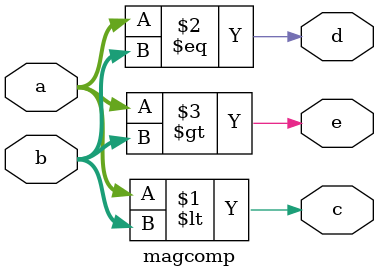
<source format=v>
module magcomp #(parameter n=4)(a,b,c,d,e);
input [n-1:0]a;
input [n-1:0]b;
output c,d,e;
assign c=(a<b);
assign d=(a==b);
assign e=(a>b);
endmodule

</source>
